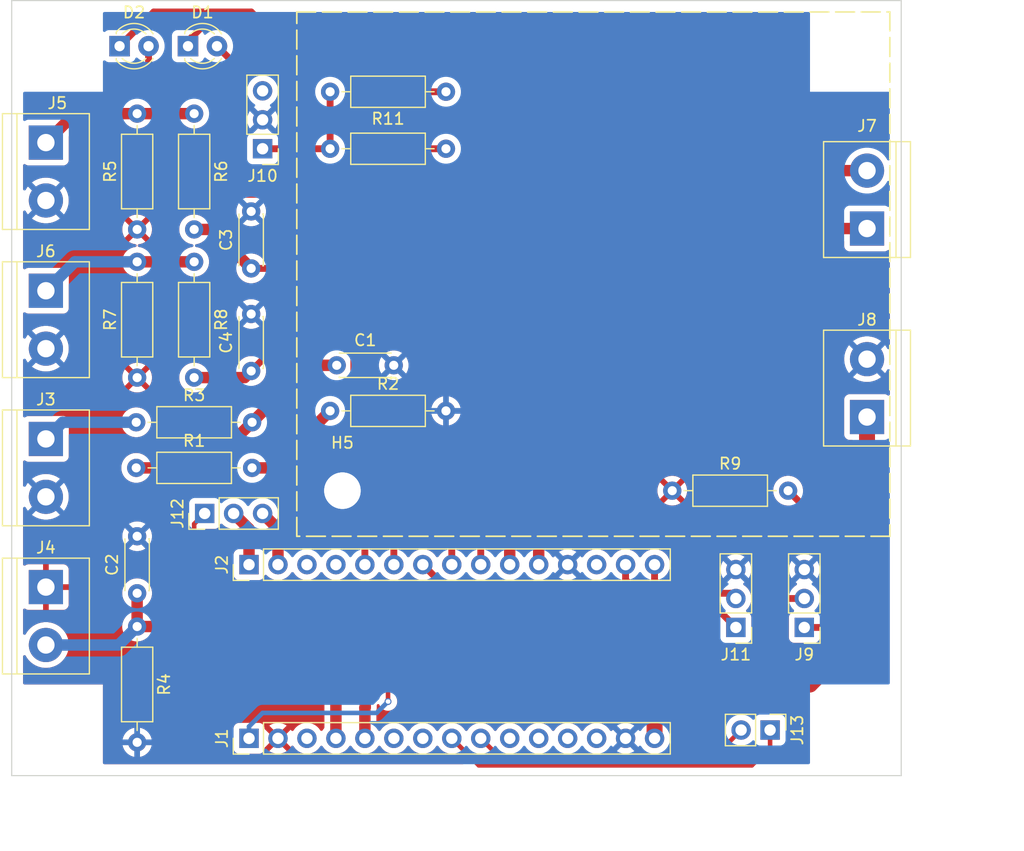
<source format=kicad_pcb>
(kicad_pcb (version 20241229) (generator "pcbnew") (generator_version "9.0")
  (title_block (date "sam. 04 avril 2015"))
  (layers (0 "F.Cu" signal) (2 "B.Cu" signal) (13 "F.Paste" user) (15 "B.Paste" user) (5 "F.SilkS" user "F.Silkscreen") (7 "B.SilkS" user "B.Silkscreen") (1 "F.Mask" user) (3 "B.Mask" user) (25 "Edge.Cuts" user))
  (net 0 "")
  (net 1 "GND")
  (net 2 "/~{RESET}")
  (net 3 "VCC")
  (net 4 "/*D9")
  (net 5 "/D8")
  (net 6 "/D7")
  (net 7 "/*D6")
  (net 8 "/*D5")
  (net 9 "/D4")
  (net 10 "+5V")
  (net 11 "/A3")
  (net 12 "/A2")
  (net 13 "/A1")
  (net 14 "/A0")
  (net 15 "/AREF")
  (net 16 "/D0{slash}RX")
  (net 17 "/D1{slash}TX")
  (net 18 "+3V3")
  (net 19 "/A7")
  (net 20 "/A6")
  (net 21 "/A5{slash}SCL")
  (net 22 "/A4{slash}SDA")
  (net 23 "/D13{slash}SCK")
  (net 24 "/D2")
  (net 25 "/*D3")
  (net 26 "/*D10{slash}SS")
  (net 27 "/*D11{slash}MOSI")
  (net 28 "/D12{slash}MISO")
  (net 29 "Net-(D1-K)")
  (net 30 "Net-(D2-K)")
  (net 31 "Net-(J3-Pin_1)")
  (net 32 "Net-(J5-Pin_1)")
  (net 33 "Net-(J6-Pin_1)")
  (net 34 "Net-(J9-Pin_1)")
  (net 35 "Net-(J10-Pin_1)")
  (net 37 "Net-(R1-Pad2)")
  (footprint "TerminalBlock:TerminalBlock_bornier-2_P5.08mm" (layer "F.Cu") (at 86 59.46 -90)
    (property "Reference" "J6" (at -3.46 0 180) (layer "F.SilkS"))
    (property "Value" "Bottom Switch")
    (fp_line (start -2.54 3.81) (end 7.62 3.81) (stroke (width 0.12)) (layer "F.SilkS"))
    (fp_line (start 7.62 3.81) (end 7.62 -3.81) (stroke (width 0.12)) (layer "F.SilkS"))
    (fp_line (start 7.62 2.54) (end -2.54 2.54) (stroke (width 0.12)) (layer "F.SilkS"))
    (fp_line (start -2.54 -3.81) (end -2.54 3.81) (stroke (width 0.12)) (layer "F.SilkS"))
    (fp_line (start 7.62 -3.81) (end -2.54 -3.81) (stroke (width 0.12)) (layer "F.SilkS"))
    (pad "1" thru_hole rect (at 0 0 270) (size 3 3) (drill 1.52) (layers "*.Cu" "*.Mask") (net 33 "Net-(J6-Pin_1)"))
    (pad "2" thru_hole circle (at 5.08 0 270) (size 3 3) (drill 1.52) (layers "*.Cu" "*.Mask") (net 1 "GND"))
  )
  (footprint "Resistor_THT:R_Axial_DIN0207_L6.3mm_D2.5mm_P10.16mm_Horizontal" (layer "F.Cu") (at 121.08 42 180)
    (property "Reference" "R11" (at 5.08 -2.37 0) (layer "F.SilkS"))
    (property "Value" "220")
    (fp_line (start 9.12 0) (end 8.35 0) (stroke (width 0.12)) (layer "F.SilkS"))
    (fp_line (start 8.35 1.37) (end 8.35 -1.37) (stroke (width 0.12)) (layer "F.SilkS"))
    (fp_line (start 8.35 -1.37) (end 1.81 -1.37) (stroke (width 0.12)) (layer "F.SilkS"))
    (fp_line (start 1.81 1.37) (end 8.35 1.37) (stroke (width 0.12)) (layer "F.SilkS"))
    (fp_line (start 1.81 -1.37) (end 1.81 1.37) (stroke (width 0.12)) (layer "F.SilkS"))
    (fp_line (start 1.04 0) (end 1.81 0) (stroke (width 0.12)) (layer "F.SilkS"))
    (pad "1" thru_hole circle (at 0 0 180) (size 1.6 1.6) (drill 0.8) (layers "*.Cu" "*.Mask") (net 30 "Net-(D2-K)"))
    (pad "2" thru_hole oval (at 10.16 0 180) (size 1.6 1.6) (drill 0.8) (layers "*.Cu" "*.Mask") (net 35 "Net-(J10-Pin_1)"))
  )
  (footprint "LED_THT:LED_D3.0mm" (layer "F.Cu") (at 98.46 38)
    (property "Reference" "D1" (at 1.27 -2.96 0) (layer "F.SilkS"))
    (property "Value" "LED")
    (fp_line (start -0.29 -1.236) (end -0.29 -1.08) (stroke (width 0.12)) (layer "F.SilkS"))
    (fp_line (start -0.29 1.08) (end -0.29 1.236) (stroke (width 0.12)) (layer "F.SilkS"))
    (fp_arc (start -0.29 -1.235516) (mid 1.365624 -1.987701) (end 2.941397 -1.080061) (stroke (width 0.12)) (layer "F.SilkS"))
    (fp_arc (start 0.229039 -1.08) (mid 1.269964 -1.5) (end 2.31091 -1.080049) (stroke (width 0.12)) (layer "F.SilkS"))
    (fp_arc (start 2.31091 1.080049) (mid 1.269964 1.5) (end 0.229039 1.08) (stroke (width 0.12)) (layer "F.SilkS"))
    (fp_arc (start 2.941397 1.080061) (mid 1.365624 1.987701) (end -0.29 1.235516) (stroke (width 0.12)) (layer "F.SilkS"))
    (pad "1" thru_hole rect (at 0 0) (size 1.8 1.8) (drill 0.9) (layers "*.Cu" "*.Mask") (net 29 "Net-(D1-K)"))
    (pad "2" thru_hole circle (at 2.54 0) (size 1.8 1.8) (drill 0.9) (layers "*.Cu" "*.Mask") (net 9 "/D4"))
  )
  (footprint "Connector_PinHeader_2.54mm:PinHeader_1x15_P2.54mm_Vertical" (layer "F.Cu") (at 103.81 83.49 90)
    (property "Reference" "J2" (at 0 -2.38 90) (layer "F.SilkS"))
    (property "Value" "Conn_01x15")
    (fp_line (start -1.38 -1.38) (end 0 -1.38) (stroke (width 0.12)) (layer "F.SilkS"))
    (fp_line (start -1.38 0) (end -1.38 -1.38) (stroke (width 0.12)) (layer "F.SilkS"))
    (fp_line (start 1.38 1.27) (end 1.38 36.94) (stroke (width 0.12)) (layer "F.SilkS"))
    (fp_line (start -1.38 1.27) (end 1.38 1.27) (stroke (width 0.12)) (layer "F.SilkS"))
    (fp_line (start -1.38 1.27) (end -1.38 36.94) (stroke (width 0.12)) (layer "F.SilkS"))
    (fp_line (start -1.38 36.94) (end 1.38 36.94) (stroke (width 0.12)) (layer "F.SilkS"))
    (pad "1" thru_hole rect (at 0 0 90) (size 1.7 1.7) (drill 1) (layers "*.Cu" "*.Mask") (net 28 "/D12{slash}MISO"))
    (pad "2" thru_hole circle (at 0 2.54 90) (size 1.7 1.7) (drill 1) (layers "*.Cu" "*.Mask") (net 27 "/*D11{slash}MOSI"))
    (pad "3" thru_hole circle (at 0 5.08 90) (size 1.7 1.7) (drill 1) (layers "*.Cu" "*.Mask") (net 26 "/*D10{slash}SS"))
    (pad "4" thru_hole circle (at 0 7.62 90) (size 1.7 1.7) (drill 1) (layers "*.Cu" "*.Mask") (net 4 "/*D9"))
    (pad "5" thru_hole circle (at 0 10.16 90) (size 1.7 1.7) (drill 1) (layers "*.Cu" "*.Mask") (net 5 "/D8"))
    (pad "6" thru_hole circle (at 0 12.7 90) (size 1.7 1.7) (drill 1) (layers "*.Cu" "*.Mask") (net 6 "/D7"))
    (pad "7" thru_hole circle (at 0 15.24 90) (size 1.7 1.7) (drill 1) (layers "*.Cu" "*.Mask") (net 7 "/*D6"))
    (pad "8" thru_hole circle (at 0 17.78 90) (size 1.7 1.7) (drill 1) (layers "*.Cu" "*.Mask") (net 8 "/*D5"))
    (pad "9" thru_hole circle (at 0 20.32 90) (size 1.7 1.7) (drill 1) (layers "*.Cu" "*.Mask") (net 9 "/D4"))
    (pad "10" thru_hole circle (at 0 22.86 90) (size 1.7 1.7) (drill 1) (layers "*.Cu" "*.Mask") (net 25 "/*D3"))
    (pad "11" thru_hole circle (at 0 25.4 90) (size 1.7 1.7) (drill 1) (layers "*.Cu" "*.Mask") (net 24 "/D2"))
    (pad "12" thru_hole circle (at 0 27.94 90) (size 1.7 1.7) (drill 1) (layers "*.Cu" "*.Mask") (net 1 "GND"))
    (pad "13" thru_hole circle (at 0 30.48 90) (size 1.7 1.7) (drill 1) (layers "*.Cu" "*.Mask") (net 2 "/~{RESET}"))
    (pad "14" thru_hole circle (at 0 33.02 90) (size 1.7 1.7) (drill 1) (layers "*.Cu" "*.Mask") (net 16 "/D0{slash}RX"))
    (pad "15" thru_hole circle (at 0 35.56 90) (size 1.7 1.7) (drill 1) (layers "*.Cu" "*.Mask") (net 17 "/D1{slash}TX"))
  )
  (footprint "Resistor_THT:R_Axial_DIN0207_L6.3mm_D2.5mm_P10.16mm_Horizontal" (layer "F.Cu") (at 93.92 71)
    (property "Reference" "R3" (at 5.08 -2.37 0) (layer "F.SilkS"))
    (property "Value" "1M")
    (fp_line (start 1.04 0) (end 1.81 0) (stroke (width 0.12)) (layer "F.SilkS"))
    (fp_line (start 1.81 -1.37) (end 1.81 1.37) (stroke (width 0.12)) (layer "F.SilkS"))
    (fp_line (start 1.81 1.37) (end 8.35 1.37) (stroke (width 0.12)) (layer "F.SilkS"))
    (fp_line (start 8.35 -1.37) (end 1.81 -1.37) (stroke (width 0.12)) (layer "F.SilkS"))
    (fp_line (start 8.35 1.37) (end 8.35 -1.37) (stroke (width 0.12)) (layer "F.SilkS"))
    (fp_line (start 9.12 0) (end 8.35 0) (stroke (width 0.12)) (layer "F.SilkS"))
    (pad "1" thru_hole circle (at 0 0) (size 1.6 1.6) (drill 0.8) (layers "*.Cu" "*.Mask") (net 31 "Net-(J3-Pin_1)"))
    (pad "2" thru_hole oval (at 10.16 0) (size 1.6 1.6) (drill 0.8) (layers "*.Cu" "*.Mask") (net 13 "/A1"))
  )
  (footprint "Connector_PinHeader_2.54mm:PinHeader_1x03_P2.54mm_Vertical" (layer "F.Cu") (at 99.92 79 90)
    (property "Reference" "J12" (at 0 -2.38 90) (layer "F.SilkS"))
    (property "Value" "SPI")
    (fp_line (start -1.38 -1.38) (end 0 -1.38) (stroke (width 0.12)) (layer "F.SilkS"))
    (fp_line (start -1.38 0) (end -1.38 -1.38) (stroke (width 0.12)) (layer "F.SilkS"))
    (fp_line (start 1.38 1.27) (end 1.38 6.46) (stroke (width 0.12)) (layer "F.SilkS"))
    (fp_line (start -1.38 1.27) (end 1.38 1.27) (stroke (width 0.12)) (layer "F.SilkS"))
    (fp_line (start -1.38 1.27) (end -1.38 6.46) (stroke (width 0.12)) (layer "F.SilkS"))
    (fp_line (start -1.38 6.46) (end 1.38 6.46) (stroke (width 0.12)) (layer "F.SilkS"))
    (pad "1" thru_hole rect (at 0 0 90) (size 1.7 1.7) (drill 1) (layers "*.Cu" "*.Mask") (net 23 "/D13{slash}SCK"))
    (pad "2" thru_hole circle (at 0 2.54 90) (size 1.7 1.7) (drill 1) (layers "*.Cu" "*.Mask") (net 28 "/D12{slash}MISO"))
    (pad "3" thru_hole circle (at 0 5.08 90) (size 1.7 1.7) (drill 1) (layers "*.Cu" "*.Mask") (net 27 "/*D11{slash}MOSI"))
  )
  (footprint "Resistor_THT:R_Axial_DIN0207_L6.3mm_D2.5mm_P10.16mm_Horizontal" (layer "F.Cu") (at 121.08 47 180)
    (property "Reference" "R10" (hide yes))
    (property "Value" "220")
    (fp_line (start 9.12 0) (end 8.35 0) (stroke (width 0.12)) (layer "F.SilkS"))
    (fp_line (start 8.35 1.37) (end 8.35 -1.37) (stroke (width 0.12)) (layer "F.SilkS"))
    (fp_line (start 8.35 -1.37) (end 1.81 -1.37) (stroke (width 0.12)) (layer "F.SilkS"))
    (fp_line (start 1.81 1.37) (end 8.35 1.37) (stroke (width 0.12)) (layer "F.SilkS"))
    (fp_line (start 1.81 -1.37) (end 1.81 1.37) (stroke (width 0.12)) (layer "F.SilkS"))
    (fp_line (start 1.04 0) (end 1.81 0) (stroke (width 0.12)) (layer "F.SilkS"))
    (pad "1" thru_hole circle (at 0 0 180) (size 1.6 1.6) (drill 0.8) (layers "*.Cu" "*.Mask") (net 29 "Net-(D1-K)"))
    (pad "2" thru_hole oval (at 10.16 0 180) (size 1.6 1.6) (drill 0.8) (layers "*.Cu" "*.Mask") (net 35 "Net-(J10-Pin_1)"))
  )
  (footprint "Resistor_THT:R_Axial_DIN0207_L6.3mm_D2.5mm_P10.16mm_Horizontal" (layer "F.Cu") (at 99 43.92 -90)
    (property "Reference" "R6" (at 5.08 -2.37 90) (layer "F.SilkS"))
    (property "Value" "100k")
    (fp_line (start 1.81 1.37) (end 8.35 1.37) (stroke (width 0.12)) (layer "F.SilkS"))
    (fp_line (start 8.35 1.37) (end 8.35 -1.37) (stroke (width 0.12)) (layer "F.SilkS"))
    (fp_line (start 1.04 0) (end 1.81 0) (stroke (width 0.12)) (layer "F.SilkS"))
    (fp_line (start 9.12 0) (end 8.35 0) (stroke (width 0.12)) (layer "F.SilkS"))
    (fp_line (start 1.81 -1.37) (end 1.81 1.37) (stroke (width 0.12)) (layer "F.SilkS"))
    (fp_line (start 8.35 -1.37) (end 1.81 -1.37) (stroke (width 0.12)) (layer "F.SilkS"))
    (pad "1" thru_hole circle (at 0 0 270) (size 1.6 1.6) (drill 0.8) (layers "*.Cu" "*.Mask") (net 32 "Net-(J5-Pin_1)"))
    (pad "2" thru_hole oval (at 10.16 0 270) (size 1.6 1.6) (drill 0.8) (layers "*.Cu" "*.Mask") (net 6 "/D7"))
  )
  (footprint "MountingHole:MountingHole_3.2mm_M3" (layer "F.Cu") (at 157 38)
    (property "Reference" "H2" (hide yes))
    (property "Value" "MountingHole" (hide yes))
    (pad "" np_thru_hole circle (at 0 0) (size 3.2 3.2) (drill 3.2) (layers "*.Cu" "*.Mask"))
  )
  (footprint "MountingHole:MountingHole_3.2mm_M3" (layer "F.Cu") (at 87 38)
    (property "Reference" "H1" (hide yes))
    (property "Value" "MountingHole" (hide yes))
    (pad "" np_thru_hole circle (at 0 0) (size 3.2 3.2) (drill 3.2) (layers "*.Cu" "*.Mask"))
  )
  (footprint "TerminalBlock:TerminalBlock_bornier-2_P5.08mm" (layer "F.Cu") (at 158 54 90)
    (property "Reference" "J7" (at 9 0 180) (layer "F.SilkS"))
    (property "Value" "Motor")
    (fp_line (start 7.62 -3.81) (end -2.54 -3.81) (stroke (width 0.12)) (layer "F.SilkS"))
    (fp_line (start -2.54 -3.81) (end -2.54 3.81) (stroke (width 0.12)) (layer "F.SilkS"))
    (fp_line (start 7.62 2.54) (end -2.54 2.54) (stroke (width 0.12)) (layer "F.SilkS"))
    (fp_line (start 7.62 3.81) (end 7.62 -3.81) (stroke (width 0.12)) (layer "F.SilkS"))
    (fp_line (start -2.54 3.81) (end 7.62 3.81) (stroke (width 0.12)) (layer "F.SilkS"))
    (pad "1" thru_hole rect (at 0 0 90) (size 3 3) (drill 1.52) (layers "*.Cu" "*.Mask") (net 24 "/D2"))
    (pad "2" thru_hole circle (at 5.08 0 90) (size 3 3) (drill 1.52) (layers "*.Cu" "*.Mask") (net 25 "/*D3"))
  )
  (footprint "Resistor_THT:R_Axial_DIN0207_L6.3mm_D2.5mm_P10.16mm_Horizontal" (layer "F.Cu") (at 93.92 75)
    (property "Reference" "R1" (at 5.08 -2.37 0) (layer "F.SilkS"))
    (property "Value" "1M")
    (fp_line (start 1.04 0) (end 1.81 0) (stroke (width 0.12)) (layer "F.SilkS"))
    (fp_line (start 1.81 -1.37) (end 1.81 1.37) (stroke (width 0.12)) (layer "F.SilkS"))
    (fp_line (start 1.81 1.37) (end 8.35 1.37) (stroke (width 0.12)) (layer "F.SilkS"))
    (fp_line (start 8.35 -1.37) (end 1.81 -1.37) (stroke (width 0.12)) (layer "F.SilkS"))
    (fp_line (start 8.35 1.37) (end 8.35 -1.37) (stroke (width 0.12)) (layer "F.SilkS"))
    (fp_line (start 9.12 0) (end 8.35 0) (stroke (width 0.12)) (layer "F.SilkS"))
    (pad "1" thru_hole circle (at 0 0) (size 1.6 1.6) (drill 0.8) (layers "*.Cu" "*.Mask") (net 13 "/A1"))
    (pad "2" thru_hole oval (at 10.16 0) (size 1.6 1.6) (drill 0.8) (layers "*.Cu" "*.Mask") (net 37 "Net-(R1-Pad2)"))
  )
  (footprint "MountingHole:MountingHole_3.2mm_M3" (layer "F.Cu") (at 87 98)
    (property "Reference" "H4" (hide yes))
    (property "Value" "MountingHole" (hide yes))
    (pad "" np_thru_hole circle (at 0 0) (size 3.2 3.2) (drill 3.2) (layers "*.Cu" "*.Mask"))
  )
  (footprint "Capacitor_THT:C_Disc_D4.3mm_W1.9mm_P5.00mm" (layer "F.Cu") (at 94 86 90)
    (property "Reference" "C2" (at 2.5 -2.2 90) (layer "F.SilkS"))
    (property "Value" "100n")
    (fp_line (start 0.23 -1.07) (end 4.77 -1.07) (stroke (width 0.12)) (layer "F.SilkS"))
    (fp_line (start 4.77 1.014) (end 4.77 1.07) (stroke (width 0.12)) (layer "F.SilkS"))
    (fp_line (start 0.23 1.014) (end 0.23 1.07) (stroke (width 0.12)) (layer "F.SilkS"))
    (fp_line (start 0.23 1.07) (end 4.77 1.07) (stroke (width 0.12)) (layer "F.SilkS"))
    (pad "1" thru_hole circle (at 0 0 90) (size 1.6 1.6) (drill 0.8) (layers "*.Cu" "*.Mask") (net 14 "/A0"))
    (pad "2" thru_hole circle (at 5 0 90) (size 1.6 1.6) (drill 0.8) (layers "*.Cu" "*.Mask") (net 1 "GND"))
  )
  (footprint "Resistor_THT:R_Axial_DIN0207_L6.3mm_D2.5mm_P10.16mm_Horizontal" (layer "F.Cu") (at 99 56.92 -90)
    (property "Reference" "R8" (at 5.08 -2.37 90) (layer "F.SilkS"))
    (property "Value" "100k")
    (fp_line (start 1.81 1.37) (end 8.35 1.37) (stroke (width 0.12)) (layer "F.SilkS"))
    (fp_line (start 8.35 1.37) (end 8.35 -1.37) (stroke (width 0.12)) (layer "F.SilkS"))
    (fp_line (start 1.04 0) (end 1.81 0) (stroke (width 0.12)) (layer "F.SilkS"))
    (fp_line (start 9.12 0) (end 8.35 0) (stroke (width 0.12)) (layer "F.SilkS"))
    (fp_line (start 1.81 -1.37) (end 1.81 1.37) (stroke (width 0.12)) (layer "F.SilkS"))
    (fp_line (start 8.35 -1.37) (end 1.81 -1.37) (stroke (width 0.12)) (layer "F.SilkS"))
    (pad "1" thru_hole circle (at 0 0 270) (size 1.6 1.6) (drill 0.8) (layers "*.Cu" "*.Mask") (net 33 "Net-(J6-Pin_1)"))
    (pad "2" thru_hole oval (at 10.16 0 270) (size 1.6 1.6) (drill 0.8) (layers "*.Cu" "*.Mask") (net 5 "/D8"))
  )
  (footprint "TerminalBlock:TerminalBlock_bornier-2_P5.08mm" (layer "F.Cu") (at 86 85.46 -90)
    (property "Reference" "J4" (at -3.46 0 180) (layer "F.SilkS"))
    (property "Value" "Light Sensor")
    (fp_line (start -2.54 3.81) (end 7.62 3.81) (stroke (width 0.12)) (layer "F.SilkS"))
    (fp_line (start 7.62 3.81) (end 7.62 -3.81) (stroke (width 0.12)) (layer "F.SilkS"))
    (fp_line (start 7.62 2.54) (end -2.54 2.54) (stroke (width 0.12)) (layer "F.SilkS"))
    (fp_line (start -2.54 -3.81) (end -2.54 3.81) (stroke (width 0.12)) (layer "F.SilkS"))
    (fp_line (start 7.62 -3.81) (end -2.54 -3.81) (stroke (width 0.12)) (layer "F.SilkS"))
    (pad "1" thru_hole rect (at 0 0 270) (size 3 3) (drill 1.52) (layers "*.Cu" "*.Mask") (net 18 "+3V3"))
    (pad "2" thru_hole circle (at 5.08 0 270) (size 3 3) (drill 1.52) (layers "*.Cu" "*.Mask") (net 14 "/A0"))
  )
  (footprint "Capacitor_THT:C_Disc_D4.3mm_W1.9mm_P5.00mm" (layer "F.Cu") (at 104 57.5 90)
    (property "Reference" "C3" (at 2.5 -2.2 90) (layer "F.SilkS"))
    (property "Value" "1u")
    (fp_line (start 0.23 -1.07) (end 4.77 -1.07) (stroke (width 0.12)) (layer "F.SilkS"))
    (fp_line (start 4.77 1.014) (end 4.77 1.07) (stroke (width 0.12)) (layer "F.SilkS"))
    (fp_line (start 0.23 1.014) (end 0.23 1.07) (stroke (width 0.12)) (layer "F.SilkS"))
    (fp_line (start 0.23 1.07) (end 4.77 1.07) (stroke (width 0.12)) (layer "F.SilkS"))
    (pad "1" thru_hole circle (at 0 0 90) (size 1.6 1.6) (drill 0.8) (layers "*.Cu" "*.Mask") (net 6 "/D7"))
    (pad "2" thru_hole circle (at 5 0 90) (size 1.6 1.6) (drill 0.8) (layers "*.Cu" "*.Mask") (net 1 "GND"))
  )
  (footprint "Capacitor_THT:C_Disc_D4.3mm_W1.9mm_P5.00mm" (layer "F.Cu") (at 104 66.5 90)
    (property "Reference" "C4" (at 2.5 -2.2 90) (layer "F.SilkS"))
    (property "Value" "1u")
    (fp_line (start 0.23 -1.07) (end 4.77 -1.07) (stroke (width 0.12)) (layer "F.SilkS"))
    (fp_line (start 4.77 1.014) (end 4.77 1.07) (stroke (width 0.12)) (layer "F.SilkS"))
    (fp_line (start 0.23 1.014) (end 0.23 1.07) (stroke (width 0.12)) (layer "F.SilkS"))
    (fp_line (start 0.23 1.07) (end 4.77 1.07) (stroke (width 0.12)) (layer "F.SilkS"))
    (pad "1" thru_hole circle (at 0 0 90) (size 1.6 1.6) (drill 0.8) (layers "*.Cu" "*.Mask") (net 5 "/D8"))
    (pad "2" thru_hole circle (at 5 0 90) (size 1.6 1.6) (drill 0.8) (layers "*.Cu" "*.Mask") (net 1 "GND"))
  )
  (footprint "MountingHole:MountingHole_3.2mm_M3" (layer "F.Cu") (at 112 77)
    (property "Reference" "H5" (at 0 -4.2 0) (layer "F.SilkS"))
    (property "Value" "MountingHole")
    (pad "" np_thru_hole circle (at 0 0) (size 3.2 3.2) (drill 3.2) (layers "*.Cu" "*.Mask"))
  )
  (footprint "Connector_PinHeader_2.54mm:PinHeader_1x03_P2.54mm_Vertical" (layer "F.Cu") (at 152.5 89 180)
    (property "Reference" "J9" (at 0 -2.38 0) (layer "F.SilkS"))
    (property "Value" "LowPower")
    (fp_line (start 1.38 1.27) (end 1.38 6.46) (stroke (width 0.12)) (layer "F.SilkS"))
    (fp_line (start -1.38 6.46) (end 1.38 6.46) (stroke (width 0.12)) (layer "F.SilkS"))
    (fp_line (start -1.38 1.27) (end 1.38 1.27) (stroke (width 0.12)) (layer "F.SilkS"))
    (fp_line (start -1.38 1.27) (end -1.38 6.46) (stroke (width 0.12)) (layer "F.SilkS"))
    (fp_line (start -1.38 0) (end -1.38 -1.38) (stroke (width 0.12)) (layer "F.SilkS"))
    (fp_line (start -1.38 -1.38) (end 0 -1.38) (stroke (width 0.12)) (layer "F.SilkS"))
    (pad "1" thru_hole rect (at 0 0 180) (size 1.7 1.7) (drill 1) (layers "*.Cu" "*.Mask") (net 34 "Net-(J9-Pin_1)"))
    (pad "2" thru_hole circle (at 0 2.54 180) (size 1.7 1.7) (drill 1) (layers "*.Cu" "*.Mask") (net 7 "/*D6"))
    (pad "3" thru_hole circle (at 0 5.08 180) (size 1.7 1.7) (drill 1) (layers "*.Cu" "*.Mask") (net 1 "GND"))
  )
  (footprint "TerminalBlock:TerminalBlock_bornier-2_P5.08mm" (layer "F.Cu") (at 86 46.46 -90)
    (property "Reference" "J5" (at -3.46 -1 180) (layer "F.SilkS"))
    (property "Value" "Upper Switch")
    (fp_line (start -2.54 3.81) (end 7.62 3.81) (stroke (width 0.12)) (layer "F.SilkS"))
    (fp_line (start 7.62 3.81) (end 7.62 -3.81) (stroke (width 0.12)) (layer "F.SilkS"))
    (fp_line (start 7.62 2.54) (end -2.54 2.54) (stroke (width 0.12)) (layer "F.SilkS"))
    (fp_line (start -2.54 -3.81) (end -2.54 3.81) (stroke (width 0.12)) (layer "F.SilkS"))
    (fp_line (start 7.62 -3.81) (end -2.54 -3.81) (stroke (width 0.12)) (layer "F.SilkS"))
    (pad "1" thru_hole rect (at 0 0 270) (size 3 3) (drill 1.52) (layers "*.Cu" "*.Mask") (net 32 "Net-(J5-Pin_1)"))
    (pad "2" thru_hole circle (at 5.08 0 270) (size 3 3) (drill 1.52) (layers "*.Cu" "*.Mask") (net 1 "GND"))
  )
  (footprint "TerminalBlock:TerminalBlock_bornier-2_P5.08mm" (layer "F.Cu") (at 86 72.46 -90)
    (property "Reference" "J3" (at -3.46 0 180) (layer "F.SilkS"))
    (property "Value" "Battery Sensor")
    (fp_line (start -2.54 3.81) (end 7.62 3.81) (stroke (width 0.12)) (layer "F.SilkS"))
    (fp_line (start 7.62 3.81) (end 7.62 -3.81) (stroke (width 0.12)) (layer "F.SilkS"))
    (fp_line (start 7.62 2.54) (end -2.54 2.54) (stroke (width 0.12)) (layer "F.SilkS"))
    (fp_line (start -2.54 -3.81) (end -2.54 3.81) (stroke (width 0.12)) (layer "F.SilkS"))
    (fp_line (start 7.62 -3.81) (end -2.54 -3.81) (stroke (width 0.12)) (layer "F.SilkS"))
    (pad "1" thru_hole rect (at 0 0 270) (size 3 3) (drill 1.52) (layers "*.Cu" "*.Mask") (net 31 "Net-(J3-Pin_1)"))
    (pad "2" thru_hole circle (at 5.08 0 270) (size 3 3) (drill 1.52) (layers "*.Cu" "*.Mask") (net 1 "GND"))
  )
  (footprint "Resistor_THT:R_Axial_DIN0207_L6.3mm_D2.5mm_P10.16mm_Horizontal" (layer "F.Cu") (at 140.92 77)
    (property "Reference" "R9" (at 5.08 -2.37 0) (layer "F.SilkS"))
    (property "Value" "100k")
    (fp_line (start 1.04 0) (end 1.81 0) (stroke (width 0.12)) (layer "F.SilkS"))
    (fp_line (start 1.81 -1.37) (end 1.81 1.37) (stroke (width 0.12)) (layer "F.SilkS"))
    (fp_line (start 1.81 1.37) (end 8.35 1.37) (stroke (width 0.12)) (layer "F.SilkS"))
    (fp_line (start 8.35 -1.37) (end 1.81 -1.37) (stroke (width 0.12)) (layer "F.SilkS"))
    (fp_line (start 8.35 1.37) (end 8.35 -1.37) (stroke (width 0.12)) (layer "F.SilkS"))
    (fp_line (start 9.12 0) (end 8.35 0) (stroke (width 0.12)) (layer "F.SilkS"))
    (pad "1" thru_hole circle (at 0 0) (size 1.6 1.6) (drill 0.8) (layers "*.Cu" "*.Mask") (net 18 "+3V3"))
    (pad "2" thru_hole oval (at 10.16 0) (size 1.6 1.6) (drill 0.8) (layers "*.Cu" "*.Mask") (net 34 "Net-(J9-Pin_1)"))
  )
  (footprint "Capacitor_THT:C_Disc_D4.3mm_W1.9mm_P5.00mm" (layer "F.Cu") (at 111.5 66)
    (property "Reference" "C1" (at 2.5 -2.2 0) (layer "F.SilkS"))
    (property "Value" "100n")
    (fp_line (start 0.23 -1.07) (end 4.77 -1.07) (stroke (width 0.12)) (layer "F.SilkS"))
    (fp_line (start 0.23 1.014) (end 0.23 1.07) (stroke (width 0.12)) (layer "F.SilkS"))
    (fp_line (start 0.23 1.07) (end 4.77 1.07) (stroke (width 0.12)) (layer "F.SilkS"))
    (fp_line (start 4.77 1.014) (end 4.77 1.07) (stroke (width 0.12)) (layer "F.SilkS"))
    (pad "1" thru_hole circle (at 0 0) (size 1.6 1.6) (drill 0.8) (layers "*.Cu" "*.Mask") (net 13 "/A1"))
    (pad "2" thru_hole circle (at 5 0) (size 1.6 1.6) (drill 0.8) (layers "*.Cu" "*.Mask") (net 1 "GND"))
  )
  (footprint "LED_THT:LED_D3.0mm" (layer "F.Cu") (at 92.46 38)
    (property "Reference" "D2" (at 1.27 -2.96 0) (layer "F.SilkS"))
    (property "Value" "LED")
    (fp_line (start -0.29 -1.236) (end -0.29 -1.08) (stroke (width 0.12)) (layer "F.SilkS"))
    (fp_line (start -0.29 1.08) (end -0.29 1.236) (stroke (width 0.12)) (layer "F.SilkS"))
    (fp_arc (start -0.29 -1.235516) (mid 1.365624 -1.987701) (end 2.941397 -1.080061) (stroke (width 0.12)) (layer "F.SilkS"))
    (fp_arc (start 0.229039 -1.08) (mid 1.269964 -1.5) (end 2.31091 -1.080049) (stroke (width 0.12)) (layer "F.SilkS"))
    (fp_arc (start 2.31091 1.080049) (mid 1.269964 1.5) (end 0.229039 1.08) (stroke (width 0.12)) (layer "F.SilkS"))
    (fp_arc (start 2.941397 1.080061) (mid 1.365624 1.987701) (end -0.29 1.235516) (stroke (width 0.12)) (layer "F.SilkS"))
    (pad "1" thru_hole rect (at 0 0) (size 1.8 1.8) (drill 0.9) (layers "*.Cu" "*.Mask") (net 30 "Net-(D2-K)"))
    (pad "2" thru_hole circle (at 2.54 0) (size 1.8 1.8) (drill 0.9) (layers "*.Cu" "*.Mask") (net 8 "/*D5"))
  )
  (footprint "Connector_PinHeader_2.54mm:PinHeader_1x15_P2.54mm_Vertical" (layer "F.Cu") (at 103.81 98.73 90)
    (property "Reference" "J1" (at 0 -2.38 90) (layer "F.SilkS"))
    (property "Value" "Conn_01x15")
    (fp_line (start -1.38 -1.38) (end 0 -1.38) (stroke (width 0.12)) (layer "F.SilkS"))
    (fp_line (start -1.38 0) (end -1.38 -1.38) (stroke (width 0.12)) (layer "F.SilkS"))
    (fp_line (start 1.38 1.27) (end 1.38 36.94) (stroke (width 0.12)) (layer "F.SilkS"))
    (fp_line (start -1.38 1.27) (end 1.38 1.27) (stroke (width 0.12)) (layer "F.SilkS"))
    (fp_line (start -1.38 1.27) (end -1.38 36.94) (stroke (width 0.12)) (layer "F.SilkS"))
    (fp_line (start -1.38 36.94) (end 1.38 36.94) (stroke (width 0.12)) (layer "F.SilkS"))
    (pad "1" thru_hole rect (at 0 0 90) (size 1.7 1.7) (drill 1) (layers "*.Cu" "*.Mask") (net 23 "/D13{slash}SCK"))
    (pad "2" thru_hole circle (at 0 2.54 90) (size 1.7 1.7) (drill 1) (layers "*.Cu" "*.Mask") (net 18 "+3V3"))
    (pad "3" thru_hole circle (at 0 5.08 90) (size 1.7 1.7) (drill 1) (layers "*.Cu" "*.Mask") (net 15 "/AREF"))
    (pad "4" thru_hole circle (at 0 7.62 90) (size 1.7 1.7) (drill 1) (layers "*.Cu" "*.Mask") (net 14 "/A0"))
    (pad "5" thru_hole circle (at 0 10.16 90) (size 1.7 1.7) (drill 1) (layers "*.Cu" "*.Mask") (net 13 "/A1"))
    (pad "6" thru_hole circle (at 0 12.7 90) (size 1.7 1.7) (drill 1) (layers "*.Cu" "*.Mask") (net 12 "/A2"))
    (pad "7" thru_hole circle (at 0 15.24 90) (size 1.7 1.7) (drill 1) (layers "*.Cu" "*.Mask") (net 11 "/A3"))
    (pad "8" thru_hole circle (at 0 17.78 90) (size 1.7 1.7) (drill 1) (layers "*.Cu" "*.Mask") (net 22 "/A4{slash}SDA"))
    (pad "9" thru_hole circle (at 0 20.32 90) (size 1.7 1.7) (drill 1) (layers "*.Cu" "*.Mask") (net 21 "/A5{slash}SCL"))
    (pad "10" thru_hole circle (at 0 22.86 90) (size 1.7 1.7) (drill 1) (layers "*.Cu" "*.Mask") (net 20 "/A6"))
    (pad "11" thru_hole circle (at 0 25.4 90) (size 1.7 1.7) (drill 1) (layers "*.Cu" "*.Mask") (net 19 "/A7"))
    (pad "12" thru_hole circle (at 0 27.94 90) (size 1.7 1.7) (drill 1) (layers "*.Cu" "*.Mask") (net 10 "+5V"))
    (pad "13" thru_hole circle (at 0 30.48 90) (size 1.7 1.7) (drill 1) (layers "*.Cu" "*.Mask") (net 2 "/~{RESET}"))
    (pad "14" thru_hole circle (at 0 33.02 90) (size 1.7 1.7) (drill 1) (layers "*.Cu" "*.Mask") (net 1 "GND"))
    (pad "15" thru_hole circle (at 0 35.56 90) (size 1.7 1.7) (drill 1) (layers "*.Cu" "*.Mask") (net 3 "VCC"))
  )
  (footprint "Connector_PinHeader_2.54mm:PinHeader_1x02_P2.54mm_Vertical" (layer "F.Cu") (at 149.5 98 -90)
    (property "Reference" "J13" (at 0 -2.38 90) (layer "F.SilkS"))
    (property "Value" "Conn_01x02")
    (fp_line (start -1.38 3.92) (end 1.38 3.92) (stroke (width 0.12)) (layer "F.SilkS"))
    (fp_line (start -1.38 1.27) (end -1.38 3.92) (stroke (width 0.12)) (layer "F.SilkS"))
    (fp_line (start -1.38 1.27) (end 1.38 1.27) (stroke (width 0.12)) (layer "F.SilkS"))
    (fp_line (start 1.38 1.27) (end 1.38 3.92) (stroke (width 0.12)) (layer "F.SilkS"))
    (fp_line (start -1.38 0) (end -1.38 -1.38) (stroke (width 0.12)) (layer "F.SilkS"))
    (fp_line (start -1.38 -1.38) (end 0 -1.38) (stroke (width 0.12)) (layer "F.SilkS"))
    (pad "1" thru_hole rect (at 0 0 270) (size 1.7 1.7) (drill 1) (layers "*.Cu" "*.Mask") (net 22 "/A4{slash}SDA"))
    (pad "2" thru_hole circle (at 0 2.54 270) (size 1.7 1.7) (drill 1) (layers "*.Cu" "*.Mask") (net 21 "/A5{slash}SCL"))
  )
  (footprint "Resistor_THT:R_Axial_DIN0207_L6.3mm_D2.5mm_P10.16mm_Horizontal" (layer "F.Cu") (at 94 54.08 90)
    (property "Reference" "R5" (at 5.08 -2.37 90) (layer "F.SilkS"))
    (property "Value" "100k")
    (fp_line (start 8.35 -1.37) (end 1.81 -1.37) (stroke (width 0.12)) (layer "F.SilkS"))
    (fp_line (start 1.81 -1.37) (end 1.81 1.37) (stroke (width 0.12)) (layer "F.SilkS"))
    (fp_line (start 9.12 0) (end 8.35 0) (stroke (width 0.12)) (layer "F.SilkS"))
    (fp_line (start 1.04 0) (end 1.81 0) (stroke (width 0.12)) (layer "F.SilkS"))
    (fp_line (start 8.35 1.37) (end 8.35 -1.37) (stroke (width 0.12)) (layer "F.SilkS"))
    (fp_line (start 1.81 1.37) (end 8.35 1.37) (stroke (width 0.12)) (layer "F.SilkS"))
    (pad "1" thru_hole circle (at 0 0 90) (size 1.6 1.6) (drill 0.8) (layers "*.Cu" "*.Mask") (net 18 "+3V3"))
    (pad "2" thru_hole oval (at 10.16 0 90) (size 1.6 1.6) (drill 0.8) (layers "*.Cu" "*.Mask") (net 32 "Net-(J5-Pin_1)"))
  )
  (footprint "Resistor_THT:R_Axial_DIN0207_L6.3mm_D2.5mm_P10.16mm_Horizontal" (layer "F.Cu") (at 94 88.92 -90)
    (property "Reference" "R4" (at 5.08 -2.37 90) (layer "F.SilkS"))
    (property "Value" "47k")
    (fp_line (start 1.81 1.37) (end 8.35 1.37) (stroke (width 0.12)) (layer "F.SilkS"))
    (fp_line (start 8.35 1.37) (end 8.35 -1.37) (stroke (width 0.12)) (layer "F.SilkS"))
    (fp_line (start 1.04 0) (end 1.81 0) (stroke (width 0.12)) (layer "F.SilkS"))
    (fp_line (start 9.12 0) (end 8.35 0) (stroke (width 0.12)) (layer "F.SilkS"))
    (fp_line (start 1.81 -1.37) (end 1.81 1.37) (stroke (width 0.12)) (layer "F.SilkS"))
    (fp_line (start 8.35 -1.37) (end 1.81 -1.37) (stroke (width 0.12)) (layer "F.SilkS"))
    (pad "1" thru_hole circle (at 0 0 270) (size 1.6 1.6) (drill 0.8) (layers "*.Cu" "*.Mask") (net 14 "/A0"))
    (pad "2" thru_hole oval (at 10.16 0 270) (size 1.6 1.6) (drill 0.8) (layers "*.Cu" "*.Mask") (net 1 "GND"))
  )
  (footprint "Connector_PinHeader_2.54mm:PinHeader_1x03_P2.54mm_Vertical" (layer "F.Cu") (at 105 47 180)
    (property "Reference" "J10" (at 0 -2.38 0) (layer "F.SilkS"))
    (property "Value" "Status LEDs")
    (fp_line (start 1.38 1.27) (end 1.38 6.46) (stroke (width 0.12)) (layer "F.SilkS"))
    (fp_line (start -1.38 6.46) (end 1.38 6.46) (stroke (width 0.12)) (layer "F.SilkS"))
    (fp_line (start -1.38 1.27) (end 1.38 1.27) (stroke (width 0.12)) (layer "F.SilkS"))
    (fp_line (start -1.38 1.27) (end -1.38 6.46) (stroke (width 0.12)) (layer "F.SilkS"))
    (fp_line (start -1.38 0) (end -1.38 -1.38) (stroke (width 0.12)) (layer "F.SilkS"))
    (fp_line (start -1.38 -1.38) (end 0 -1.38) (stroke (width 0.12)) (layer "F.SilkS"))
    (pad "1" thru_hole rect (at 0 0 180) (size 1.7 1.7) (drill 1) (layers "*.Cu" "*.Mask") (net 35 "Net-(J10-Pin_1)"))
    (pad "2" thru_hole circle (at 0 2.54 180) (size 1.7 1.7) (drill 1) (layers "*.Cu" "*.Mask") (net 1 "GND"))
    (pad "3" thru_hole circle (at 0 5.08 180) (size 1.7 1.7) (drill 1) (layers "*.Cu" "*.Mask"))
  )
  (footprint "Resistor_THT:R_Axial_DIN0207_L6.3mm_D2.5mm_P10.16mm_Horizontal" (layer "F.Cu") (at 94 67.08 90)
    (property "Reference" "R7" (at 5.08 -2.37 90) (layer "F.SilkS"))
    (property "Value" "100k")
    (fp_line (start 8.35 -1.37) (end 1.81 -1.37) (stroke (width 0.12)) (layer "F.SilkS"))
    (fp_line (start 1.81 -1.37) (end 1.81 1.37) (stroke (width 0.12)) (layer "F.SilkS"))
    (fp_line (start 9.12 0) (end 8.35 0) (stroke (width 0.12)) (layer "F.SilkS"))
    (fp_line (start 1.04 0) (end 1.81 0) (stroke (width 0.12)) (layer "F.SilkS"))
    (fp_line (start 8.35 1.37) (end 8.35 -1.37) (stroke (width 0.12)) (layer "F.SilkS"))
    (fp_line (start 1.81 1.37) (end 8.35 1.37) (stroke (width 0.12)) (layer "F.SilkS"))
    (pad "1" thru_hole circle (at 0 0 90) (size 1.6 1.6) (drill 0.8) (layers "*.Cu" "*.Mask") (net 18 "+3V3"))
    (pad "2" thru_hole oval (at 10.16 0 90) (size 1.6 1.6) (drill 0.8) (layers "*.Cu" "*.Mask") (net 33 "Net-(J6-Pin_1)"))
  )
  (footprint "TerminalBlock:TerminalBlock_bornier-2_P5.08mm" (layer "F.Cu") (at 158 70.54 90)
    (property "Reference" "J8" (at 8.54 0 180) (layer "F.SilkS"))
    (property "Value" "5V (from PM)")
    (fp_line (start 7.62 -3.81) (end -2.54 -3.81) (stroke (width 0.12)) (layer "F.SilkS"))
    (fp_line (start -2.54 -3.81) (end -2.54 3.81) (stroke (width 0.12)) (layer "F.SilkS"))
    (fp_line (start 7.62 2.54) (end -2.54 2.54) (stroke (width 0.12)) (layer "F.SilkS"))
    (fp_line (start 7.62 3.81) (end 7.62 -3.81) (stroke (width 0.12)) (layer "F.SilkS"))
    (fp_line (start -2.54 3.81) (end 7.62 3.81) (stroke (width 0.12)) (layer "F.SilkS"))
    (pad "1" thru_hole rect (at 0 0 90) (size 3 3) (drill 1.52) (layers "*.Cu" "*.Mask") (net 3 "VCC"))
    (pad "2" thru_hole circle (at 5.08 0 90) (size 3 3) (drill 1.52) (layers "*.Cu" "*.Mask") (net 1 "GND"))
  )
  (footprint "MountingHole:MountingHole_3.2mm_M3" (layer "F.Cu") (at 157 98)
    (property "Reference" "H3" (hide yes))
    (property "Value" "MountingHole" (hide yes))
    (pad "" np_thru_hole circle (at 0 0) (size 3.2 3.2) (drill 3.2) (layers "*.Cu" "*.Mask"))
  )
  (footprint "Connector_PinHeader_2.54mm:PinHeader_1x03_P2.54mm_Vertical" (layer "F.Cu") (at 146.5 89 180)
    (property "Reference" "J11" (at 0 -2.38 0) (layer "F.SilkS"))
    (property "Value" "UART")
    (fp_line (start 1.38 1.27) (end 1.38 6.46) (stroke (width 0.12)) (layer "F.SilkS"))
    (fp_line (start -1.38 6.46) (end 1.38 6.46) (stroke (width 0.12)) (layer "F.SilkS"))
    (fp_line (start -1.38 1.27) (end 1.38 1.27) (stroke (width 0.12)) (layer "F.SilkS"))
    (fp_line (start -1.38 1.27) (end -1.38 6.46) (stroke (width 0.12)) (layer "F.SilkS"))
    (fp_line (start -1.38 0) (end -1.38 -1.38) (stroke (width 0.12)) (layer "F.SilkS"))
    (fp_line (start -1.38 -1.38) (end 0 -1.38) (stroke (width 0.12)) (layer "F.SilkS"))
    (pad "1" thru_hole rect (at 0 0 180) (size 1.7 1.7) (drill 1) (layers "*.Cu" "*.Mask") (net 16 "/D0{slash}RX"))
    (pad "2" thru_hole circle (at 0 2.54 180) (size 1.7 1.7) (drill 1) (layers "*.Cu" "*.Mask") (net 17 "/D1{slash}TX"))
    (pad "3" thru_hole circle (at 0 5.08 180) (size 1.7 1.7) (drill 1) (layers "*.Cu" "*.Mask") (net 1 "GND"))
  )
  (footprint "Resistor_THT:R_Axial_DIN0207_L6.3mm_D2.5mm_P10.16mm_Horizontal" (layer "F.Cu") (at 110.92 70)
    (property "Reference" "R2" (at 5.08 -2.37 0) (layer "F.SilkS"))
    (property "Value" "1M")
    (fp_line (start 1.04 0) (end 1.81 0) (stroke (width 0.12)) (layer "F.SilkS"))
    (fp_line (start 1.81 -1.37) (end 1.81 1.37) (stroke (width 0.12)) (layer "F.SilkS"))
    (fp_line (start 1.81 1.37) (end 8.35 1.37) (stroke (width 0.12)) (layer "F.SilkS"))
    (fp_line (start 8.35 -1.37) (end 1.81 -1.37) (stroke (width 0.12)) (layer "F.SilkS"))
    (fp_line (start 8.35 1.37) (end 8.35 -1.37) (stroke (width 0.12)) (layer "F.SilkS"))
    (fp_line (start 9.12 0) (end 8.35 0) (stroke (width 0.12)) (layer "F.SilkS"))
    (pad "1" thru_hole circle (at 0 0) (size 1.6 1.6) (drill 0.8) (layers "*.Cu" "*.Mask") (net 37 "Net-(R1-Pad2)"))
    (pad "2" thru_hole oval (at 10.16 0) (size 1.6 1.6) (drill 0.8) (layers "*.Cu" "*.Mask") (net 1 "GND"))
  )
  (gr_line (start 160 35) (end 160 81) (stroke (width 0.15) (type dash)) (layer "F.SilkS"))
  (gr_line (start 160 81) (end 108 81) (stroke (width 0.15) (type dash)) (layer "F.SilkS"))
  (gr_line (start 108 81) (end 108 35) (stroke (width 0.15) (type dash)) (layer "F.SilkS"))
  (gr_line (start 108 35) (end 160 35) (stroke (width 0.15) (type dash)) (layer "F.SilkS"))
  (gr_line (start 83 34) (end 161 34) (stroke (width 0.1)) (layer "Edge.Cuts"))
  (gr_line (start 161 34) (end 161 102) (stroke (width 0.1)) (layer "Edge.Cuts"))
  (gr_line (start 83 102) (end 83 34) (stroke (width 0.1)) (layer "Edge.Cuts"))
  (gr_line (start 161 102) (end 83 102) (stroke (width 0.1)) (layer "Edge.Cuts"))
  (segment (start 158 89) (end 158 70.54) (width 1.4) (layer "F.Cu") (net 3))
  (segment (start 141 94) (end 153 94) (width 1.4) (layer "F.Cu") (net 3))
  (segment (start 153 94) (end 158 89) (width 1.4) (layer "F.Cu") (net 3))
  (segment (start 139.37 98.73) (end 139.37 95.63) (width 1.4) (layer "F.Cu") (net 3))
  (segment (start 139.37 95.63) (end 141 94) (width 1.4) (layer "F.Cu") (net 3))
  (segment (start 113.97 82.03) (end 114 82) (width 0.6) (layer "F.Cu") (net 5))
  (segment (start 117 75) (end 113 71) (width 0.6) (layer "F.Cu") (net 5))
  (segment (start 113.97 83.49) (end 113.97 82.03) (width 0.6) (layer "F.Cu") (net 5))
  (segment (start 99 67.08) (end 103.42 67.08) (width 1) (layer "F.Cu") (net 5))
  (segment (start 117 78) (end 117 75) (width 0.6) (layer "F.Cu") (net 5))
  (segment (start 106.5 64) (end 104 66.5) (width 0.6) (layer "F.Cu") (net 5))
  (segment (start 112 64) (end 106.5 64) (width 0.6) (layer "F.Cu") (net 5))
  (segment (start 113 65) (end 112 64) (width 0.6) (layer "F.Cu") (net 5))
  (segment (start 114 81) (end 117 78) (width 0.6) (layer "F.Cu") (net 5))
  (segment (start 114 82) (end 114 81) (width 0.6) (layer "F.Cu") (net 5))
  (segment (start 113 71) (end 113 65) (width 0.6) (layer "F.Cu") (net 5))
  (segment (start 103.42 67.08) (end 104 66.5) (width 1) (layer "F.Cu") (net 5))
  (segment (start 114.5 70) (end 114.5 64.5) (width 0.6) (layer "F.Cu") (net 6))
  (segment (start 107.5 57.5) (end 104 57.5) (width 0.6) (layer "F.Cu") (net 6))
  (segment (start 118.5 79.5) (end 118.5 74) (width 0.6) (layer "F.Cu") (net 6))
  (segment (start 116.51 83.49) (end 116.51 81.49) (width 0.6) (layer "F.Cu") (net 6))
  (segment (start 114.5 64.5) (end 107.5 57.5) (width 0.6) (layer "F.Cu") (net 6))
  (segment (start 100.58 54.08) (end 104 57.5) (width 1) (layer "F.Cu") (net 6))
  (segment (start 99 54.08) (end 100.58 54.08) (width 1) (layer "F.Cu") (net 6))
  (segment (start 116.51 81.49) (end 118.5 79.5) (width 0.6) (layer "F.Cu") (net 6))
  (segment (start 118.5 74) (end 114.5 70) (width 0.6) (layer "F.Cu") (net 6))
  (segment (start 149.5 90) (end 148.5 91) (width 0.6) (layer "F.Cu") (net 7))
  (segment (start 138.5 88.5) (end 135.5 85.5) (width 0.6) (layer "F.Cu") (net 7))
  (segment (start 145 91) (end 142.5 88.5) (width 0.6) (layer "F.Cu") (net 7))
  (segment (start 148.5 91) (end 145 91) (width 0.6) (layer "F.Cu") (net 7))
  (segment (start 121.06 85.5) (end 119.05 83.49) (width 0.6) (layer "F.Cu") (net 7))
  (segment (start 149.5 88) (end 149.5 90) (width 0.6) (layer "F.Cu") (net 7))
  (segment (start 151.04 86.46) (end 149.5 88) (width 0.6) (layer "F.Cu") (net 7))
  (segment (start 135.5 85.5) (end 121.06 85.5) (width 0.6) (layer "F.Cu") (net 7))
  (segment (start 142.5 88.5) (end 138.5 88.5) (width 0.6) (layer "F.Cu") (net 7))
  (segment (start 152.5 86.46) (end 151.04 86.46) (width 0.6) (layer "F.Cu") (net 7))
  (segment (start 101 49) (end 101 42) (width 0.6) (layer "F.Cu") (net 8))
  (segment (start 101 42) (end 100 41) (width 0.6) (layer "F.Cu") (net 8))
  (segment (start 121.59 78.41) (end 123.5 76.5) (width 0.6) (layer "F.Cu") (net 8))
  (segment (start 123.5 76.5) (end 123.5 58.5) (width 0.6) (layer "F.Cu") (net 8))
  (segment (start 100 41) (end 96 41) (width 0.6) (layer "F.Cu") (net 8))
  (segment (start 103 51) (end 101 49) (width 0.6) (layer "F.Cu") (net 8))
  (segment (start 116 51) (end 103 51) (width 0.6) (layer "F.Cu") (net 8))
  (segment (start 121.59 83.49) (end 121.59 78.41) (width 0.6) (layer "F.Cu") (net 8))
  (segment (start 95 40) (end 95 38) (width 0.6) (layer "F.Cu") (net 8))
  (segment (start 123.5 58.5) (end 116 51) (width 0.6) (layer "F.Cu") (net 8))
  (segment (start 96 41) (end 95 40) (width 0.6) (layer "F.Cu") (net 8))
  (segment (start 117 50) (end 125 58) (width 0.6) (layer "F.Cu") (net 9))
  (segment (start 103 49) (end 104 50) (width 0.6) (layer "F.Cu") (net 9))
  (segment (start 125 77) (end 124.13 77.87) (width 0.6) (layer "F.Cu") (net 9))
  (segment (start 103 40) (end 103 49) (width 0.6) (layer "F.Cu") (net 9))
  (segment (start 125 58) (end 125 77) (width 0.6) (layer "F.Cu") (net 9))
  (segment (start 104 50) (end 117 50) (width 0.6) (layer "F.Cu") (net 9))
  (segment (start 101 38) (end 103 40) (width 0.6) (layer "F.Cu") (net 9))
  (segment (start 124.13 77.87) (end 124.13 83.49) (width 0.6) (layer "F.Cu") (net 9))
  (segment (start 97 85) (end 99.5 87.5) (width 1) (layer "F.Cu") (net 13))
  (segment (start 99.5 87.5) (end 107.5 87.5) (width 1) (layer "F.Cu") (net 13))
  (segment (start 113.97 96.03) (end 113.97 98.73) (width 1) (layer "F.Cu") (net 13))
  (segment (start 97 75) (end 97 85) (width 1) (layer "F.Cu") (net 13))
  (segment (start 97 75) (end 100.08 75) (width 1) (layer "F.Cu") (net 13))
  (segment (start 100.08 75) (end 104.08 71) (width 1) (layer "F.Cu") (net 13))
  (segment (start 109.08 66) (end 104.08 71) (width 1) (layer "F.Cu") (net 13))
  (segment (start 107.5 87.5) (end 114 94) (width 1) (layer "F.Cu") (net 13))
  (segment (start 93.92 75) (end 97 75) (width 1) (layer "F.Cu") (net 13))
  (segment (start 114 94) (end 114 96) (width 1) (layer "F.Cu") (net 13))
  (segment (start 114 96) (end 113.97 96.03) (width 1) (layer "F.Cu") (net 13))
  (segment (start 111.5 66) (end 109.08 66) (width 1) (layer "F.Cu") (net 13))
  (segment (start 111.43 93.43) (end 111.43 98.73) (width 1) (layer "F.Cu") (net 14))
  (segment (start 94 86) (end 94 88.92) (width 1) (layer "F.Cu") (net 14))
  (segment (start 106.92 88.92) (end 111.43 93.43) (width 1) (layer "F.Cu") (net 14))
  (segment (start 94 88.92) (end 106.92 88.92) (width 1) (layer "F.Cu") (net 14))
  (segment (start 86 90.54) (end 92.38 90.54) (width 1) (layer "B.Cu") (net 14))
  (segment (start 92.38 90.54) (end 94 88.92) (width 1) (layer "B.Cu") (net 14))
  (segment (start 136.83 83.49) (end 136.83 84.83) (width 0.6) (layer "F.Cu") (net 16))
  (segment (start 145 87.5) (end 146.5 89) (width 0.6) (layer "F.Cu") (net 16))
  (segment (start 136.83 84.83) (end 139.5 87.5) (width 0.6) (layer "F.Cu") (net 16))
  (segment (start 139.5 87.5) (end 145 87.5) (width 0.6) (layer "F.Cu") (net 16))
  (segment (start 139.37 83.49) (end 139.37 84.87) (width 0.6) (layer "F.Cu") (net 17))
  (segment (start 139.37 84.87) (end 140.5 86) (width 0.6) (layer "F.Cu") (net 17))
  (segment (start 140.5 86) (end 146.04 86) (width 0.6) (layer "F.Cu") (net 17))
  (segment (start 146.04 86) (end 146.5 86.46) (width 0.6) (layer "F.Cu") (net 17))
  (segment (start 144.46 100.5) (end 125.9 100.5) (width 0.4) (layer "F.Cu") (net 21))
  (segment (start 146.96 98) (end 144.46 100.5) (width 0.4) (layer "F.Cu") (net 21))
  (segment (start 125.9 100.5) (end 124.13 98.73) (width 0.4) (layer "F.Cu") (net 21))
  (segment (start 147.899 101.101) (end 149.5 99.5) (width 0.4) (layer "F.Cu") (net 22))
  (segment (start 123.961 101.101) (end 147.899 101.101) (width 0.4) (layer "F.Cu") (net 22))
  (segment (start 121.59 98.73) (end 123.961 101.101) (width 0.4) (layer "F.Cu") (net 22))
  (segment (start 149.5 99.5) (end 149.5 98) (width 0.4) (layer "F.Cu") (net 22))
  (segment (start 116 93.5) (end 108.5 86) (width 0.4) (layer "F.Cu") (net 23))
  (segment (start 99 79.92) (end 99.92 79) (width 0.4) (layer "F.Cu") (net 23))
  (segment (start 116 95.5) (end 116 93.5) (width 0.4) (layer "F.Cu") (net 23))
  (segment (start 108.5 86) (end 100.5 86) (width 0.4) (layer "F.Cu") (net 23))
  (segment (start 100.5 86) (end 99 84.5) (width 0.4) (layer "F.Cu") (net 23))
  (segment (start 99 84.5) (end 99 79.92) (width 0.4) (layer "F.Cu") (net 23))
  (via (at 116 95.5) (size 0.6) (drill 0.4) (layers "F.Cu" "B.Cu") (net 23))
  (segment (start 103.81 97.69) (end 105 96.5) (width 0.4) (layer "B.Cu") (net 23))
  (segment (start 105 96.5) (end 115 96.5) (width 0.4) (layer "B.Cu") (net 23))
  (segment (start 103.81 98.73) (end 103.81 97.69) (width 0.4) (layer "B.Cu") (net 23))
  (segment (start 115 96.5) (end 116 95.5) (width 0.4) (layer "B.Cu") (net 23))
  (segment (start 130 78.5) (end 130 59.5) (width 1) (layer "F.Cu") (net 24))
  (segment (start 135.5 54) (end 158 54) (width 1) (layer "F.Cu") (net 24))
  (segment (start 130 59.5) (end 135.5 54) (width 1) (layer "F.Cu") (net 24))
  (segment (start 129.21 83.49) (end 129.21 79.29) (width 1) (layer "F.Cu") (net 24))
  (segment (start 129.21 79.29) (end 130 78.5) (width 1) (layer "F.Cu") (net 24))
  (segment (start 128 77.5) (end 128 58) (width 1) (layer "F.Cu") (net 25))
  (segment (start 128 58) (end 137.08 48.92) (width 1) (layer "F.Cu") (net 25))
  (segment (start 137.08 48.92) (end 158 48.92) (width 1) (layer "F.Cu") (net 25))
  (segment (start 126.67 78.83) (end 128 77.5) (width 1) (layer "F.Cu") (net 25))
  (segment (start 126.67 83.49) (end 126.67 78.83) (width 1) (layer "F.Cu") (net 25))
  (segment (start 106.35 80.35) (end 105 79) (width 1) (layer "F.Cu") (net 27))
  (segment (start 106.35 83.49) (end 106.35 80.35) (width 1) (layer "F.Cu") (net 27))
  (segment (start 103.81 80.35) (end 102.46 79) (width 1) (layer "F.Cu") (net 28))
  (segment (start 103.81 83.49) (end 103.81 80.35) (width 1) (layer "F.Cu") (net 28))
  (segment (start 111 39) (end 119 47) (width 0.6) (layer "F.Cu") (net 29))
  (segment (start 98.46 37.54) (end 100 36) (width 0.6) (layer "F.Cu") (net 29))
  (segment (start 98.46 38) (end 98.46 37.54) (width 0.6) (layer "F.Cu") (net 29))
  (segment (start 100 36) (end 102 36) (width 0.6) (layer "F.Cu") (net 29))
  (segment (start 102 36) (end 105 39) (width 0.6) (layer "F.Cu") (net 29))
  (segment (start 119 47) (end 121.08 47) (width 0.6) (layer "F.Cu") (net 29))
  (segment (start 105 39) (end 111 39) (width 0.6) (layer "F.Cu") (net 29))
  (segment (start 92.46 38) (end 95.46 35) (width 0.6) (layer "F.Cu") (net 30))
  (segment (start 95.46 35) (end 104 35) (width 0.6) (layer "F.Cu") (net 30))
  (segment (start 104 35) (end 106 37) (width 0.6) (layer "F.Cu") (net 30))
  (segment (start 112 37) (end 117 42) (width 0.6) (layer "F.Cu") (net 30))
  (segment (start 117 42) (end 121.08 42) (width 0.6) (layer "F.Cu") (net 30))
  (segment (start 106 37) (end 112 37) (width 0.6) (layer "F.Cu") (net 30))
  (segment (start 93.92 71) (end 87.46 71) (width 1) (layer "B.Cu") (net 31))
  (segment (start 87.46 71) (end 86 72.46) (width 1) (layer "B.Cu") (net 31))
  (segment (start 88.54 43.92) (end 86 46.46) (width 1) (layer "F.Cu") (net 32))
  (segment (start 94 43.92) (end 88.54 43.92) (width 1) (layer "F.Cu") (net 32))
  (segment (start 94 43.92) (end 99 43.92) (width 1) (layer "F.Cu") (net 32))
  (segment (start 94 56.92) (end 99 56.92) (width 1) (layer "F.Cu") (net 33))
  (segment (start 94 56.92) (end 88.54 56.92) (width 1) (layer "B.Cu") (net 33))
  (segment (start 88.54 56.92) (end 86 59.46) (width 1) (layer "B.Cu") (net 33))
  (segment (start 154 89) (end 152.5 89) (width 0.6) (layer "F.Cu") (net 34))
  (segment (start 151.08 77) (end 154.5 80.42) (width 0.6) (layer "F.Cu") (net 34))
  (segment (start 154.5 88.5) (end 154 89) (width 0.6) (layer "F.Cu") (net 34))
  (segment (start 154.5 80.42) (end 154.5 88.5) (width 0.6) (layer "F.Cu") (net 34))
  (segment (start 110.92 47) (end 110.92 42) (width 0.6) (layer "F.Cu") (net 35))
  (segment (start 105 47) (end 110.92 47) (width 0.6) (layer "F.Cu") (net 35))
  (segment (start 105.92 75) (end 110.92 70) (width 1) (layer "F.Cu") (net 37))
  (segment (start 104.08 75) (end 105.92 75) (width 1) (layer "F.Cu") (net 37))
  (zone (net 18) (net_name "+3V3") (layer "F.Cu") (priority 1) (connect_pads (clearance 0.508)) (min_thickness 0.25) (fill yes (thermal_gap 0.5) (thermal_bridge_width 0.5))
    (polygon (pts (xy 91 35) (xy 153 35) (xy 153 42) (xy 160 42) (xy 160 94) (xy 153 94) (xy 153 101) (xy 91 101) (xy 91 94) (xy 84 94) (xy 84 42) (xy 91 42)))
  )
  (zone (net 1) (net_name "GND") (layer "B.Cu") (connect_pads (clearance 0.508)) (min_thickness 0.25) (fill yes (thermal_gap 0.5) (thermal_bridge_width 0.5))
    (polygon (pts (xy 91 35) (xy 153 35) (xy 153 42) (xy 160 42) (xy 160 94) (xy 153 94) (xy 153 101) (xy 91 101) (xy 91 94) (xy 84 94) (xy 84 42) (xy 91 42)))
  )
)
</source>
